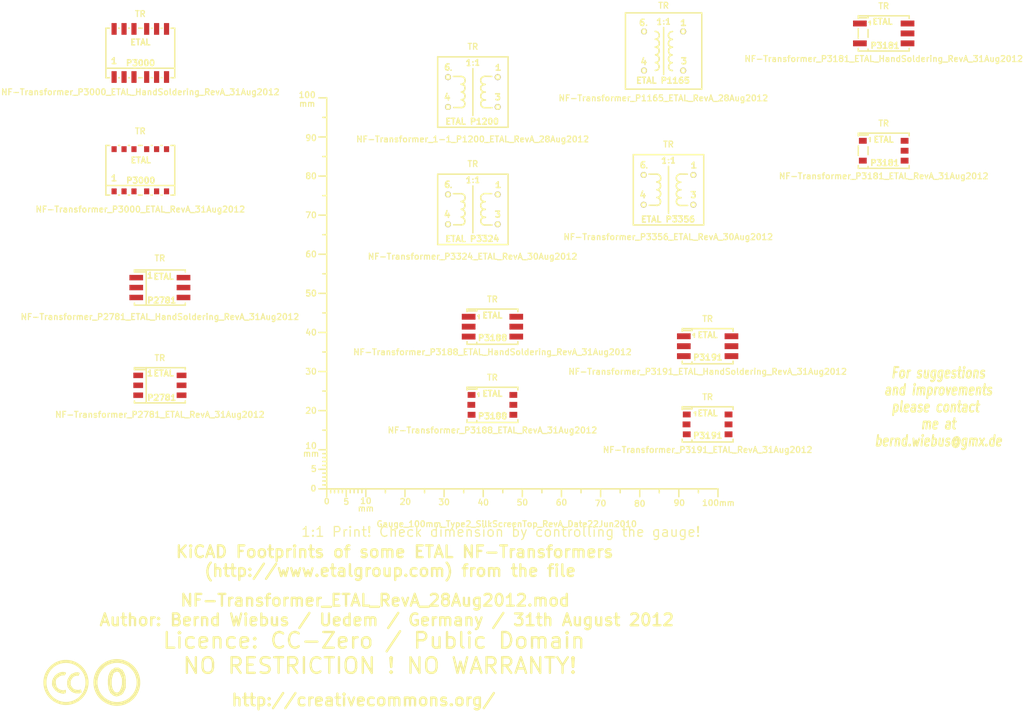
<source format=kicad_pcb>
(kicad_pcb (version 3) (host pcbnew "(2013-03-30 BZR 4007)-stable")
  (layers (15 Vorderseite signal) (0 Rückseite signal) (18 B.Paste user) (19 F.Paste user) (20 B.SilkS user) (21 F.SilkS user) (22 B.Mask user) (23 F.Mask user) (28 Edge.Cuts user))
  (net 0 "")
  (module Gauge_100mm_Type2_SilkScreenTop_RevA_Date22Jun2010 (layer Vorderseite) (at 102.6414 141.48054)
    (fp_text reference MSC hide)
    (fp_text value Gauge_100mm_Type2_SilkScreenTop_RevA_Date22Jun2010 (at 45.9994 8.99922) (layer F.SilkS) (effects (font (size 1.524 1.524) (thickness 0.3048))))
    (fp_text user mm (at 9.99998 5.00126) (layer F.SilkS) (effects (font (size 1.524 1.524) (thickness 0.3048))))
    (fp_text user mm (at -4.0005 -8.99922) (layer F.SilkS) (effects (font (size 1.524 1.524) (thickness 0.3048))))
    (fp_text user mm (at -5.00126 -98.5012) (layer F.SilkS) (effects (font (size 1.524 1.524) (thickness 0.3048))))
    (fp_text user 10 (at 10.00506 3.0988) (layer F.SilkS) (effects (font (size 1.50114 1.50114) (thickness 0.29972))))
    (fp_text user 0 (at 0.00508 3.19786) (layer F.SilkS) (effects (font (size 1.39954 1.50114) (thickness 0.29972))))
    (fp_text user 5 (at 5.0038 3.29946) (layer F.SilkS) (effects (font (size 1.50114 1.50114) (thickness 0.29972))))
    (fp_text user 20 (at 20.1041 3.29946) (layer F.SilkS) (effects (font (size 1.50114 1.50114) (thickness 0.29972))))
    (fp_text user 30 (at 30.00502 3.39852) (layer F.SilkS) (effects (font (size 1.50114 1.50114) (thickness 0.29972))))
    (fp_text user 40 (at 40.005 3.50012) (layer F.SilkS) (effects (font (size 1.50114 1.50114) (thickness 0.29972))))
    (fp_text user 50 (at 50.00498 3.50012) (layer F.SilkS) (effects (font (size 1.50114 1.50114) (thickness 0.29972))))
    (fp_text user 60 (at 60.00496 3.50012) (layer F.SilkS) (effects (font (size 1.50114 1.50114) (thickness 0.29972))))
    (fp_text user 70 (at 70.00494 3.70078) (layer F.SilkS) (effects (font (size 1.50114 1.50114) (thickness 0.29972))))
    (fp_text user 80 (at 80.00492 3.79984) (layer F.SilkS) (effects (font (size 1.50114 1.50114) (thickness 0.29972))))
    (fp_text user 90 (at 90.1065 3.60172) (layer F.SilkS) (effects (font (size 1.50114 1.50114) (thickness 0.29972))))
    (fp_text user 100mm (at 100.10648 3.60172) (layer F.SilkS) (effects (font (size 1.50114 1.50114) (thickness 0.29972))))
    (fp_text user 100 (at -4.99872 -100.7491) (layer F.SilkS) (effects (font (size 1.50114 1.50114) (thickness 0.29972))))
    (fp_text user 90 (at -4.0005 -89.7509) (layer F.SilkS) (effects (font (size 1.50114 1.50114) (thickness 0.29972))))
    (fp_text user 80 (at -4.0005 -79.99984) (layer F.SilkS) (effects (font (size 1.50114 1.50114) (thickness 0.29972))))
    (fp_text user 70 (at -4.0005 -69.99986) (layer F.SilkS) (effects (font (size 1.50114 1.50114) (thickness 0.29972))))
    (fp_text user 60 (at -4.0005 -59.99988) (layer F.SilkS) (effects (font (size 1.50114 1.50114) (thickness 0.29972))))
    (fp_text user 50 (at -4.0005 -49.9999) (layer F.SilkS) (effects (font (size 1.50114 1.50114) (thickness 0.34036))))
    (fp_text user 40 (at -4.0005 -39.99992) (layer F.SilkS) (effects (font (size 1.50114 1.50114) (thickness 0.29972))))
    (fp_text user 30 (at -4.0005 -29.99994) (layer F.SilkS) (effects (font (size 1.50114 1.50114) (thickness 0.29972))))
    (fp_text user 20 (at -4.0005 -19.99996) (layer F.SilkS) (effects (font (size 1.50114 1.50114) (thickness 0.29972))))
    (fp_text user 5 (at -3.302 -5.10286) (layer F.SilkS) (effects (font (size 1.50114 1.50114) (thickness 0.29972))))
    (fp_text user 0 (at -3.4036 -0.10414) (layer F.SilkS) (effects (font (size 1.50114 1.50114) (thickness 0.29972))))
    (fp_text user 10 (at -4.0005 -11.00074) (layer F.SilkS) (effects (font (size 1.50114 1.50114) (thickness 0.29972))))
  )
  (module NF-Transformer_1-1_P1200_ETAL_RevA_28Aug2012 (layer Vorderseite) (at 139.99972 39.99992)
    (fp_text reference TR (at -0.01016 -11.6205) (layer F.SilkS) (effects (font (size 1.524 1.524) (thickness 0.3048))))
    (fp_text value NF-Transformer_1-1_P1200_ETAL_RevA_28Aug2012 (at -0.07112 12.05992) (layer F.SilkS) (effects (font (size 1.524 1.524) (thickness 0.3048))))
    (pad 6 thru_hole circle (at -6.35 -3.81) (size 1.524 1.524) (drill 0.8128) (layers *.Cu *.Mask F.SilkS))
    (pad 4 thru_hole circle (at -6.35 3.81) (size 1.524 1.524) (drill 0.8128) (layers *.Cu *.Mask F.SilkS))
    (pad 1 thru_hole circle (at 6.35 -3.81) (size 1.524 1.524) (drill 0.8128) (layers *.Cu *.Mask F.SilkS))
    (pad 3 thru_hole circle (at 6.35 3.81) (size 1.524 1.524) (drill 0.8128) (layers *.Cu *.Mask F.SilkS))
  )
  (module NF-Transformer_P3324_ETAL_RevA_30Aug2012 (layer Vorderseite) (at 139.99972 69.99986)
    (fp_text reference TR (at -0.01016 -11.6205) (layer F.SilkS) (effects (font (size 1.524 1.524) (thickness 0.3048))))
    (fp_text value NF-Transformer_P3324_ETAL_RevA_30Aug2012 (at -0.07112 12.05992) (layer F.SilkS) (effects (font (size 1.524 1.524) (thickness 0.3048))))
    (pad 6 thru_hole circle (at -6.35 -3.81) (size 1.524 1.524) (drill 0.8128) (layers *.Cu *.Mask F.SilkS))
    (pad 4 thru_hole circle (at -6.35 3.81) (size 1.524 1.524) (drill 0.8128) (layers *.Cu *.Mask F.SilkS))
    (pad 1 thru_hole circle (at 6.35 -3.81) (size 1.524 1.524) (drill 0.8128) (layers *.Cu *.Mask F.SilkS))
    (pad 3 thru_hole circle (at 6.35 3.81) (size 1.524 1.524) (drill 0.8128) (layers *.Cu *.Mask F.SilkS))
  )
  (module NF-Transformer_P3356_ETAL_RevA_30Aug2012 (layer Vorderseite) (at 189.99962 65.00114)
    (fp_text reference TR (at -0.01016 -11.6205) (layer F.SilkS) (effects (font (size 1.524 1.524) (thickness 0.3048))))
    (fp_text value NF-Transformer_P3356_ETAL_RevA_30Aug2012 (at -0.07112 12.05992) (layer F.SilkS) (effects (font (size 1.524 1.524) (thickness 0.3048))))
    (pad 6 thru_hole circle (at -6.35 -3.81) (size 1.524 1.524) (drill 0.8128) (layers *.Cu *.Mask F.SilkS))
    (pad 4 thru_hole circle (at -6.35 3.81) (size 1.524 1.524) (drill 0.8128) (layers *.Cu *.Mask F.SilkS))
    (pad 1 thru_hole circle (at 6.35 -3.81) (size 1.524 1.524) (drill 0.8128) (layers *.Cu *.Mask F.SilkS))
    (pad 3 thru_hole circle (at 6.35 3.81) (size 1.524 1.524) (drill 0.8128) (layers *.Cu *.Mask F.SilkS))
  )
  (module NF-Transformer_P2781_ETAL_HandSoldering_RevA_31Aug2012 (layer Vorderseite) (at 59.99988 89.99982)
    (fp_text reference TR (at 0.00012 -7.49982) (layer F.SilkS) (effects (font (size 1.524 1.524) (thickness 0.3048))))
    (fp_text value NF-Transformer_P2781_ETAL_HandSoldering_RevA_31Aug2012 (at 0 7.50062) (layer F.SilkS) (effects (font (size 1.524 1.524) (thickness 0.3048))))
    (pad 1 smd rect (at -6.04012 -2.54) (size 3.50012 1.39954) (layers Vorderseite F.Paste F.Mask))
    (pad 2 smd rect (at -6.04012 0) (size 3.50012 1.39954) (layers Vorderseite F.Paste F.Mask))
    (pad 3 smd rect (at -6.04012 2.54) (size 3.50012 1.39954) (layers Vorderseite F.Paste F.Mask))
    (pad 4 smd rect (at 6.04012 2.54) (size 3.50012 1.39954) (layers Vorderseite F.Paste F.Mask))
    (pad 5 smd rect (at 6.04012 0) (size 3.50012 1.39954) (layers Vorderseite F.Paste F.Mask))
    (pad 6 smd rect (at 6.04012 -2.54) (size 3.50012 1.39954) (layers Vorderseite F.Paste F.Mask))
  )
  (module NF-Transformer_P2781_ETAL_RevA_31Aug2012 (layer Vorderseite) (at 59.99988 115.00104)
    (fp_text reference TR (at 0 -7.00024) (layer F.SilkS) (effects (font (size 1.524 1.524) (thickness 0.3048))))
    (fp_text value NF-Transformer_P2781_ETAL_RevA_31Aug2012 (at 0 7.50062) (layer F.SilkS) (effects (font (size 1.524 1.524) (thickness 0.3048))))
    (pad 1 smd rect (at -5.53974 -2.54) (size 2.49936 1.39954) (layers Vorderseite F.Paste F.Mask))
    (pad 2 smd rect (at -5.53974 0) (size 2.49936 1.39954) (layers Vorderseite F.Paste F.Mask))
    (pad 3 smd rect (at -5.53974 2.54) (size 2.49936 1.39954) (layers Vorderseite F.Paste F.Mask))
    (pad 4 smd rect (at 5.53974 2.54) (size 2.49936 1.39954) (layers Vorderseite F.Paste F.Mask))
    (pad 5 smd rect (at 5.53974 0) (size 2.5019 1.39954) (layers Vorderseite F.Paste F.Mask))
    (pad 6 smd rect (at 5.53974 -2.54) (size 2.49936 1.39954) (layers Vorderseite F.Paste F.Mask))
  )
  (module NF-Transformer_P3181_ETAL_HandSoldering_RevA_31Aug2012 (layer Vorderseite) (at 245.00078 25.00122)
    (fp_text reference TR (at 0 -7.00024) (layer F.SilkS) (effects (font (size 1.524 1.524) (thickness 0.3048))))
    (fp_text value NF-Transformer_P3181_ETAL_HandSoldering_RevA_31Aug2012 (at 0 6.49986) (layer F.SilkS) (effects (font (size 1.524 1.524) (thickness 0.3048))))
    (pad 1 smd rect (at -6.08838 -2.54) (size 3.50012 1.50114) (layers Vorderseite F.Paste F.Mask))
    (pad 2 smd rect (at -6.08838 2.54) (size 3.50012 1.50114) (layers Vorderseite F.Paste F.Mask))
    (pad 3 smd rect (at 6.08838 2.54) (size 3.50012 1.50114) (layers Vorderseite F.Paste F.Mask))
    (pad 4 smd rect (at 6.08838 0) (size 3.50012 1.50114) (layers Vorderseite F.Paste F.Mask))
    (pad 5 smd rect (at 6.08838 -2.54) (size 3.50012 1.50114) (layers Vorderseite F.Paste F.Mask))
  )
  (module NF-Transformer_P3181_ETAL_RevA_31Aug2012 (layer Vorderseite) (at 245.00078 55.00116)
    (fp_text reference TR (at 0 -7.00024) (layer F.SilkS) (effects (font (size 1.524 1.524) (thickness 0.3048))))
    (fp_text value NF-Transformer_P3181_ETAL_RevA_31Aug2012 (at 0 6.49986) (layer F.SilkS) (effects (font (size 1.524 1.524) (thickness 0.3048))))
    (pad 1 smd rect (at -5.33908 -2.54) (size 1.99898 1.50114) (layers Vorderseite F.Paste F.Mask))
    (pad 2 smd rect (at -5.33908 2.54) (size 1.99898 1.50114) (layers Vorderseite F.Paste F.Mask))
    (pad 3 smd rect (at 5.33908 2.54) (size 1.99898 1.50114) (layers Vorderseite F.Paste F.Mask))
    (pad 4 smd rect (at 5.33908 0) (size 1.99898 1.50114) (layers Vorderseite F.Paste F.Mask))
    (pad 5 smd rect (at 5.33908 -2.54) (size 1.99898 1.50114) (layers Vorderseite F.Paste F.Mask))
  )
  (module NF-Transformer_P3188_ETAL_HandSoldering_RevA_31Aug2012 (layer Vorderseite) (at 145.00098 99.9998)
    (fp_text reference TR (at 0 -7.00024) (layer F.SilkS) (effects (font (size 1.524 1.524) (thickness 0.3048))))
    (fp_text value NF-Transformer_P3188_ETAL_HandSoldering_RevA_31Aug2012 (at 0 6.49986) (layer F.SilkS) (effects (font (size 1.524 1.524) (thickness 0.3048))))
    (pad 1 smd rect (at -6.08838 -2.54) (size 3.50012 1.50114) (layers Vorderseite F.Paste F.Mask))
    (pad 2 smd rect (at -6.08838 2.54) (size 3.50012 1.50114) (layers Vorderseite F.Paste F.Mask))
    (pad 3 smd rect (at 6.08838 2.54) (size 3.50012 1.50114) (layers Vorderseite F.Paste F.Mask))
    (pad 4 smd rect (at 6.08838 0) (size 3.50012 1.50114) (layers Vorderseite F.Paste F.Mask))
    (pad 5 smd rect (at 6.08838 -2.54) (size 3.50012 1.50114) (layers Vorderseite F.Paste F.Mask))
    (pad 2 smd rect (at -6.08838 0) (size 3.50012 1.50114) (layers Vorderseite F.Paste F.Mask))
  )
  (module NF-Transformer_P3188_ETAL_RevA_31Aug2012 (layer Vorderseite) (at 145.00098 119.99976)
    (fp_text reference TR (at 0 -7.00024) (layer F.SilkS) (effects (font (size 1.524 1.524) (thickness 0.3048))))
    (fp_text value NF-Transformer_P3188_ETAL_RevA_31Aug2012 (at 0 6.49986) (layer F.SilkS) (effects (font (size 1.524 1.524) (thickness 0.3048))))
    (pad 1 smd rect (at -5.33908 -2.54) (size 1.99898 1.50114) (layers Vorderseite F.Paste F.Mask))
    (pad 2 smd rect (at -5.33908 2.54) (size 1.99898 1.50114) (layers Vorderseite F.Paste F.Mask))
    (pad 3 smd rect (at 5.33908 2.54) (size 1.99898 1.50114) (layers Vorderseite F.Paste F.Mask))
    (pad 4 smd rect (at 5.33908 0) (size 1.99898 1.50114) (layers Vorderseite F.Paste F.Mask))
    (pad 5 smd rect (at 5.33908 -2.54) (size 1.99898 1.50114) (layers Vorderseite F.Paste F.Mask))
    (pad 2 smd rect (at -5.40004 0) (size 1.99898 1.50114) (layers Vorderseite F.Paste F.Mask))
  )
  (module NF-Transformer_P3191_ETAL_HandSoldering_RevA_31Aug2012 (layer Vorderseite) (at 199.9996 105.00106)
    (fp_text reference TR (at 0 -7.00024) (layer F.SilkS) (effects (font (size 1.524 1.524) (thickness 0.3048))))
    (fp_text value NF-Transformer_P3191_ETAL_HandSoldering_RevA_31Aug2012 (at 0 6.49986) (layer F.SilkS) (effects (font (size 1.524 1.524) (thickness 0.3048))))
    (pad 1 smd rect (at -6.08838 -2.54) (size 3.50012 1.50114) (layers Vorderseite F.Paste F.Mask))
    (pad 2 smd rect (at -6.08838 2.54) (size 3.50012 1.50114) (layers Vorderseite F.Paste F.Mask))
    (pad 3 smd rect (at 6.08838 2.54) (size 3.50012 1.50114) (layers Vorderseite F.Paste F.Mask))
    (pad 4 smd rect (at 6.08838 0) (size 3.50012 1.50114) (layers Vorderseite F.Paste F.Mask))
    (pad 5 smd rect (at 6.08838 -2.54) (size 3.50012 1.50114) (layers Vorderseite F.Paste F.Mask))
    (pad 2 smd rect (at -6.08838 0) (size 3.50012 1.50114) (layers Vorderseite F.Paste F.Mask))
  )
  (module NF-Transformer_P3191_ETAL_RevA_31Aug2012 (layer Vorderseite) (at 199.9996 125.00102)
    (fp_text reference TR (at 0 -7.00024) (layer F.SilkS) (effects (font (size 1.524 1.524) (thickness 0.3048))))
    (fp_text value NF-Transformer_P3191_ETAL_RevA_31Aug2012 (at 0 6.49986) (layer F.SilkS) (effects (font (size 1.524 1.524) (thickness 0.3048))))
    (pad 1 smd rect (at -5.33908 -2.54) (size 1.99898 1.50114) (layers Vorderseite F.Paste F.Mask))
    (pad 2 smd rect (at -5.33908 2.54) (size 1.99898 1.50114) (layers Vorderseite F.Paste F.Mask))
    (pad 3 smd rect (at 5.33908 2.54) (size 1.99898 1.50114) (layers Vorderseite F.Paste F.Mask))
    (pad 4 smd rect (at 5.33908 0) (size 1.99898 1.50114) (layers Vorderseite F.Paste F.Mask))
    (pad 5 smd rect (at 5.33908 -2.54) (size 1.99898 1.50114) (layers Vorderseite F.Paste F.Mask))
    (pad 2 smd rect (at -5.40004 0) (size 1.99898 1.50114) (layers Vorderseite F.Paste F.Mask))
  )
  (module NF-Transformer_P3000_ETAL_HandSoldering_RevA_31Aug2012 (layer Vorderseite) (at 55.00116 29.99994)
    (fp_text reference TR (at 0 -9.99998) (layer F.SilkS) (effects (font (size 1.524 1.524) (thickness 0.3048))))
    (fp_text value NF-Transformer_P3000_ETAL_HandSoldering_RevA_31Aug2012 (at 0 9.99998) (layer F.SilkS) (effects (font (size 1.524 1.524) (thickness 0.3048))))
    (pad 3 smd rect (at -1.62052 6.14934) (size 1.3208 2.99974) (layers Vorderseite F.Paste F.Mask))
    (pad 2 smd rect (at -4.16052 6.14934) (size 1.3208 2.99974) (layers Vorderseite F.Paste F.Mask))
    (pad 1 smd rect (at -6.70052 6.14934) (size 1.3208 2.99974) (layers Vorderseite F.Paste F.Mask))
    (pad 4 smd rect (at 1.62052 6.14934) (size 1.3208 2.99974) (layers Vorderseite F.Paste F.Mask))
    (pad 5 smd rect (at 4.16052 6.14934) (size 1.3208 2.99974) (layers Vorderseite F.Paste F.Mask))
    (pad 6 smd rect (at 6.70052 6.14934) (size 1.3208 2.99974) (layers Vorderseite F.Paste F.Mask))
    (pad 7 smd rect (at 6.70052 -6.14934) (size 1.3208 2.99974) (layers Vorderseite F.Paste F.Mask))
    (pad 8 smd rect (at 4.16052 -6.14934) (size 1.3208 2.99974) (layers Vorderseite F.Paste F.Mask))
    (pad 9 smd rect (at 1.62052 -6.14934) (size 1.3208 2.99974) (layers Vorderseite F.Paste F.Mask))
    (pad 10 smd rect (at -1.62052 -6.14934) (size 1.3208 2.99974) (layers Vorderseite F.Paste F.Mask))
    (pad 11 smd rect (at -4.16052 -6.14934) (size 1.3208 2.99974) (layers Vorderseite F.Paste F.Mask))
    (pad 12 smd rect (at -6.70052 -6.14934) (size 1.3208 2.99974) (layers Vorderseite F.Paste F.Mask))
  )
  (module NF-Transformer_P3000_ETAL_RevA_31Aug2012 (layer Vorderseite) (at 55.00116 59.99988)
    (fp_text reference TR (at 0 -9.99998) (layer F.SilkS) (effects (font (size 1.524 1.524) (thickness 0.3048))))
    (fp_text value NF-Transformer_P3000_ETAL_RevA_31Aug2012 (at 0 9.99998) (layer F.SilkS) (effects (font (size 1.524 1.524) (thickness 0.3048))))
    (pad 3 smd rect (at -1.62052 5.40004) (size 1.3208 1.50114) (layers Vorderseite F.Paste F.Mask))
    (pad 2 smd rect (at -4.16052 5.40004) (size 1.3208 1.50114) (layers Vorderseite F.Paste F.Mask))
    (pad 1 smd rect (at -6.70052 5.40004) (size 1.3208 1.50114) (layers Vorderseite F.Paste F.Mask))
    (pad 4 smd rect (at 1.62052 5.40004) (size 1.3208 1.50114) (layers Vorderseite F.Paste F.Mask))
    (pad 5 smd rect (at 4.16052 5.40004) (size 1.3208 1.50114) (layers Vorderseite F.Paste F.Mask))
    (pad 6 smd rect (at 6.70052 5.40004) (size 1.3208 1.50114) (layers Vorderseite F.Paste F.Mask))
    (pad 7 smd rect (at 6.70052 -5.40004) (size 1.3208 1.50114) (layers Vorderseite F.Paste F.Mask))
    (pad 8 smd rect (at 4.16052 -5.40004) (size 1.3208 1.50114) (layers Vorderseite F.Paste F.Mask))
    (pad 9 smd rect (at 1.62052 -5.40004) (size 1.3208 1.50114) (layers Vorderseite F.Paste F.Mask))
    (pad 10 smd rect (at -1.62052 -5.40004) (size 1.3208 1.50114) (layers Vorderseite F.Paste F.Mask))
    (pad 11 smd rect (at -4.16052 -5.40004) (size 1.3208 1.50114) (layers Vorderseite F.Paste F.Mask))
    (pad 12 smd rect (at -6.70052 -5.40004) (size 1.3208 1.50114) (layers Vorderseite F.Paste F.Mask))
  )
  (module Symbol_CC-PublicDomain_SilkScreenTop_Big (layer Vorderseite) (at 49 191)
    (fp_text reference Sym hide)
    (fp_text value Symbol_CC-PublicDomain_SilkScreenTop_Big hide)
  )
  (module Symbol_CreativeCommons_SilkScreenTop_Type2_Big (layer Vorderseite) (at 36 191)
    (fp_text reference Sym hide)
    (fp_text value Symbol_CreativeCommons_Typ2_SilkScreenTop_Big hide)
  )
  (module NF-Transformer_P1165_ETAL_RevA_28Aug2012 (layer Vorderseite) (at 188.75 29.5)
    (fp_text reference TR (at -0.01016 -11.6205) (layer F.SilkS) (effects (font (size 1.524 1.524) (thickness 0.3048))))
    (fp_text value NF-Transformer_P1165_ETAL_RevA_28Aug2012 (at -0.07112 12.05992) (layer F.SilkS) (effects (font (size 1.524 1.524) (thickness 0.3048))))
    (pad 6 thru_hole circle (at -5.00126 -5.00126) (size 1.524 1.524) (drill 0.8128) (layers *.Cu *.Mask F.SilkS))
    (pad 4 thru_hole circle (at -5.00126 5.00126) (size 1.524 1.524) (drill 0.8128) (layers *.Cu *.Mask F.SilkS))
    (pad 1 thru_hole circle (at 5.00126 -5.00126) (size 1.524 1.524) (drill 0.8128) (layers *.Cu *.Mask F.SilkS))
    (pad 3 thru_hole circle (at 5.00126 5.00126) (size 1.524 1.524) (drill 0.8128) (layers *.Cu *.Mask F.SilkS))
  )
  (gr_text "For suggestions\nand improvements\nplease contact \nme at\nbernd.wiebus@gmx.de" (at 259 120.5) (layer F.SilkS) (effects (font (size 2.70002 1.99898) (thickness 0.50038) italic)))
  (gr_text "1:1 Print! Check dimension by controlling the gauge!" (at 147.13966 152.48128) (layer F.SilkS) (effects (font (size 2.49936 2.49936) (thickness 0.29972))))
  (gr_text "Author: Bernd Wiebus / Uedem / Germany / 31th August 2012" (at 118 175) (layer F.SilkS) (effects (font (size 2.99974 2.99974) (thickness 0.59944))))
  (gr_text NF-Transformer_ETAL_RevA_28Aug2012.mod (at 115.00104 169.99966) (layer F.SilkS) (effects (font (size 2.99974 2.99974) (thickness 0.59944))))
  (gr_text "KiCAD Footprints of some ETAL NF-Transformers\n(http://www.etalgroup.com) from the file " (at 119.99976 159.99968) (layer F.SilkS) (effects (font (size 2.99974 2.99974) (thickness 0.59944))))
  (gr_text http://creativecommons.org/ (at 112 195.5) (layer F.SilkS) (effects (font (size 3 3) (thickness 0.6))))
  (gr_text "Licence: CC-Zero / Public Domain \nNO RESTRICTION ! NO WARRANTY!" (at 116.2501 183.50064) (layer F.SilkS) (effects (font (size 4.0005 4.0005) (thickness 0.59944))))
)
</source>
